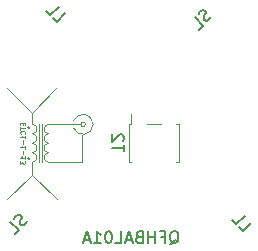
<source format=gbr>
G04 #@! TF.GenerationSoftware,KiCad,Pcbnew,(5.99.0-6591-gee6c8b60ac)*
G04 #@! TF.CreationDate,2020-11-10T06:43:54+01:00*
G04 #@! TF.ProjectId,QFHBAL01,51464842-414c-4303-912e-6b696361645f,rev?*
G04 #@! TF.SameCoordinates,Original*
G04 #@! TF.FileFunction,Legend,Bot*
G04 #@! TF.FilePolarity,Positive*
%FSLAX46Y46*%
G04 Gerber Fmt 4.6, Leading zero omitted, Abs format (unit mm)*
G04 Created by KiCad (PCBNEW (5.99.0-6591-gee6c8b60ac)) date 2020-11-10 06:43:54*
%MOMM*%
%LPD*%
G01*
G04 APERTURE LIST*
%ADD10C,0.120000*%
%ADD11C,0.150000*%
%ADD12C,0.080000*%
G04 APERTURE END LIST*
D10*
X141700000Y-90750000D02*
G75*
G03*
X141700000Y-89950000I0J400000D01*
G01*
X143100000Y-89150000D02*
G75*
G03*
X143100000Y-89950000I0J-400000D01*
G01*
X143100000Y-88350000D02*
G75*
G03*
X143100000Y-89150000I0J-400000D01*
G01*
X141700000Y-89150000D02*
G75*
G03*
X141700000Y-88350000I0J400000D01*
G01*
X143100000Y-88350000D02*
X145800000Y-88350000D01*
X142300000Y-88350000D02*
X142300000Y-88350000D01*
X142300000Y-88350000D02*
X142300000Y-91550000D01*
X142300000Y-91550000D02*
X142300000Y-91550000D01*
X142300000Y-91550000D02*
X142300000Y-88350000D01*
X145200000Y-88050000D02*
G75*
G02*
X145200000Y-88650000I796358J-300000D01*
G01*
X141700000Y-92597348D02*
X143800000Y-94697348D01*
X143100000Y-90750000D02*
G75*
G03*
X143100000Y-91550000I0J-400000D01*
G01*
X141650000Y-88347348D02*
X141650000Y-87347348D01*
X145947349Y-91550000D02*
X145947349Y-89250000D01*
X141500000Y-88650000D02*
G75*
G03*
X141500000Y-88650000I-100000J0D01*
G01*
X143100000Y-89950000D02*
G75*
G03*
X143100000Y-90750000I0J-400000D01*
G01*
X142500000Y-91550000D02*
X142500000Y-91550000D01*
X142500000Y-91550000D02*
X142500000Y-88350000D01*
X142500000Y-88350000D02*
X142500000Y-88350000D01*
X142500000Y-88350000D02*
X142500000Y-91550000D01*
X146200000Y-88350000D02*
G75*
G03*
X146200000Y-88350000I-200000J0D01*
G01*
X141700000Y-92597348D02*
X141700000Y-91597348D01*
X141650000Y-87347348D02*
X143750000Y-85247348D01*
X141500000Y-91250000D02*
G75*
G03*
X141500000Y-91250000I-100000J0D01*
G01*
X141700000Y-89950000D02*
G75*
G03*
X141700000Y-89150000I0J400000D01*
G01*
X141700000Y-91550000D02*
G75*
G03*
X141700000Y-90750000I0J400000D01*
G01*
X141650000Y-87347348D02*
X139550000Y-85247348D01*
X143100000Y-91550000D02*
X145947349Y-91550000D01*
X141700000Y-92597348D02*
X139600000Y-94697348D01*
D11*
X153348914Y-98490019D02*
X153444152Y-98442400D01*
X153539390Y-98347161D01*
X153682247Y-98204304D01*
X153777485Y-98156685D01*
X153872723Y-98156685D01*
X153825104Y-98394780D02*
X153920342Y-98347161D01*
X154015580Y-98251923D01*
X154063200Y-98061447D01*
X154063200Y-97728114D01*
X154015580Y-97537638D01*
X153920342Y-97442400D01*
X153825104Y-97394780D01*
X153634628Y-97394780D01*
X153539390Y-97442400D01*
X153444152Y-97537638D01*
X153396533Y-97728114D01*
X153396533Y-98061447D01*
X153444152Y-98251923D01*
X153539390Y-98347161D01*
X153634628Y-98394780D01*
X153825104Y-98394780D01*
X152634628Y-97870971D02*
X152967961Y-97870971D01*
X152967961Y-98394780D02*
X152967961Y-97394780D01*
X152491771Y-97394780D01*
X152110819Y-98394780D02*
X152110819Y-97394780D01*
X152110819Y-97870971D02*
X151539390Y-97870971D01*
X151539390Y-98394780D02*
X151539390Y-97394780D01*
X150729866Y-97870971D02*
X150587009Y-97918590D01*
X150539390Y-97966209D01*
X150491771Y-98061447D01*
X150491771Y-98204304D01*
X150539390Y-98299542D01*
X150587009Y-98347161D01*
X150682247Y-98394780D01*
X151063200Y-98394780D01*
X151063200Y-97394780D01*
X150729866Y-97394780D01*
X150634628Y-97442400D01*
X150587009Y-97490019D01*
X150539390Y-97585257D01*
X150539390Y-97680495D01*
X150587009Y-97775733D01*
X150634628Y-97823352D01*
X150729866Y-97870971D01*
X151063200Y-97870971D01*
X150110819Y-98109066D02*
X149634628Y-98109066D01*
X150206057Y-98394780D02*
X149872723Y-97394780D01*
X149539390Y-98394780D01*
X148729866Y-98394780D02*
X149206057Y-98394780D01*
X149206057Y-97394780D01*
X148206057Y-97394780D02*
X148110819Y-97394780D01*
X148015580Y-97442400D01*
X147967961Y-97490019D01*
X147920342Y-97585257D01*
X147872723Y-97775733D01*
X147872723Y-98013828D01*
X147920342Y-98204304D01*
X147967961Y-98299542D01*
X148015580Y-98347161D01*
X148110819Y-98394780D01*
X148206057Y-98394780D01*
X148301295Y-98347161D01*
X148348914Y-98299542D01*
X148396533Y-98204304D01*
X148444152Y-98013828D01*
X148444152Y-97775733D01*
X148396533Y-97585257D01*
X148348914Y-97490019D01*
X148301295Y-97442400D01*
X148206057Y-97394780D01*
X146920342Y-98394780D02*
X147491771Y-98394780D01*
X147206057Y-98394780D02*
X147206057Y-97394780D01*
X147301295Y-97537638D01*
X147396533Y-97632876D01*
X147491771Y-97680495D01*
X146539390Y-98109066D02*
X146063200Y-98109066D01*
X146634628Y-98394780D02*
X146301295Y-97394780D01*
X145967961Y-98394780D01*
X141236450Y-96571969D02*
X141169106Y-96706656D01*
X141000748Y-96875015D01*
X140899732Y-96908687D01*
X140832389Y-96908687D01*
X140731374Y-96875015D01*
X140664030Y-96807671D01*
X140630358Y-96706656D01*
X140630358Y-96639312D01*
X140664030Y-96538297D01*
X140765045Y-96369938D01*
X140798717Y-96268923D01*
X140798717Y-96201580D01*
X140765045Y-96100564D01*
X140697702Y-96033221D01*
X140596687Y-95999549D01*
X140529343Y-95999549D01*
X140428328Y-96033221D01*
X140259969Y-96201580D01*
X140192625Y-96336267D01*
X140226297Y-97649465D02*
X140563015Y-97312748D01*
X139855908Y-96605641D01*
X156832050Y-79249169D02*
X156764706Y-79383856D01*
X156596348Y-79552215D01*
X156495332Y-79585887D01*
X156427989Y-79585887D01*
X156326974Y-79552215D01*
X156259630Y-79484871D01*
X156225958Y-79383856D01*
X156225958Y-79316512D01*
X156259630Y-79215497D01*
X156360645Y-79047138D01*
X156394317Y-78946123D01*
X156394317Y-78878780D01*
X156360645Y-78777764D01*
X156293302Y-78710421D01*
X156192287Y-78676749D01*
X156124943Y-78676749D01*
X156023928Y-78710421D01*
X155855569Y-78878780D01*
X155788225Y-79013467D01*
X155821897Y-80326665D02*
X156158615Y-79989948D01*
X155451508Y-79282841D01*
D12*
X140885428Y-88254761D02*
X140885428Y-88388095D01*
X141094952Y-88445238D02*
X141094952Y-88254761D01*
X140694952Y-88254761D01*
X140694952Y-88445238D01*
X140694952Y-88559523D02*
X140694952Y-88788095D01*
X141094952Y-88673809D02*
X140694952Y-88673809D01*
X141056857Y-89150000D02*
X141075904Y-89130952D01*
X141094952Y-89073809D01*
X141094952Y-89035714D01*
X141075904Y-88978571D01*
X141037809Y-88940476D01*
X140999714Y-88921428D01*
X140923523Y-88902380D01*
X140866380Y-88902380D01*
X140790190Y-88921428D01*
X140752095Y-88940476D01*
X140714000Y-88978571D01*
X140694952Y-89035714D01*
X140694952Y-89073809D01*
X140714000Y-89130952D01*
X140733047Y-89150000D01*
X141094952Y-89530952D02*
X141094952Y-89302380D01*
X141094952Y-89416666D02*
X140694952Y-89416666D01*
X140752095Y-89378571D01*
X140790190Y-89340476D01*
X140809238Y-89302380D01*
X140942571Y-89702380D02*
X140942571Y-90007142D01*
X141094952Y-90407142D02*
X141094952Y-90178571D01*
X141094952Y-90292857D02*
X140694952Y-90292857D01*
X140752095Y-90254761D01*
X140790190Y-90216666D01*
X140809238Y-90178571D01*
X140942571Y-90578571D02*
X140942571Y-90883333D01*
X141094952Y-91283333D02*
X141094952Y-91054761D01*
X141094952Y-91169047D02*
X140694952Y-91169047D01*
X140752095Y-91130952D01*
X140790190Y-91092857D01*
X140809238Y-91054761D01*
X140694952Y-91416666D02*
X140694952Y-91664285D01*
X140847333Y-91530952D01*
X140847333Y-91588095D01*
X140866380Y-91626190D01*
X140885428Y-91645238D01*
X140923523Y-91664285D01*
X141018761Y-91664285D01*
X141056857Y-91645238D01*
X141075904Y-91626190D01*
X141094952Y-91588095D01*
X141094952Y-91473809D01*
X141075904Y-91435714D01*
X141056857Y-91416666D01*
D11*
X143460661Y-79330425D02*
X143797379Y-79667142D01*
X144504486Y-78960035D01*
X142888242Y-78758005D02*
X143224959Y-79094722D01*
X143932066Y-78387616D01*
X159208661Y-97059625D02*
X159545379Y-97396342D01*
X160252486Y-96689235D01*
X158636242Y-96487205D02*
X158972959Y-96823922D01*
X159680066Y-96116816D01*
X149442419Y-90627104D02*
X149442419Y-90055676D01*
X148442419Y-90341390D02*
X149442419Y-90341390D01*
X149347180Y-89769961D02*
X149394800Y-89722342D01*
X149442419Y-89627104D01*
X149442419Y-89389009D01*
X149394800Y-89293771D01*
X149347180Y-89246152D01*
X149251942Y-89198533D01*
X149156704Y-89198533D01*
X149013847Y-89246152D01*
X148442419Y-89817580D01*
X148442419Y-89198533D01*
D10*
X151400000Y-88300000D02*
X152600000Y-88300000D01*
X149900000Y-91500000D02*
X149900000Y-88300000D01*
X150100000Y-88300000D02*
X150100000Y-87500000D01*
X154100000Y-88300000D02*
X154100000Y-91500000D01*
X149900000Y-88300000D02*
X150100000Y-88300000D01*
X153900000Y-88300000D02*
X154100000Y-88300000D01*
X154100000Y-91500000D02*
X153900000Y-91500000D01*
X150100000Y-91500000D02*
X149900000Y-91500000D01*
M02*

</source>
